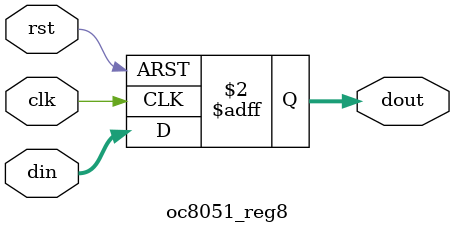
<source format=v>

`include "oc8051_timescale.v"
// synopsys translate_on

module oc8051_reg8 (clk, rst, din, dout);
input [7:0] din; input clk, rst;
output [7:0] dout;
reg [7:0] dout;

always @(posedge clk or posedge rst)
  if (rst) dout <= 1'b0;
  else dout <= #1 din;

endmodule

</source>
